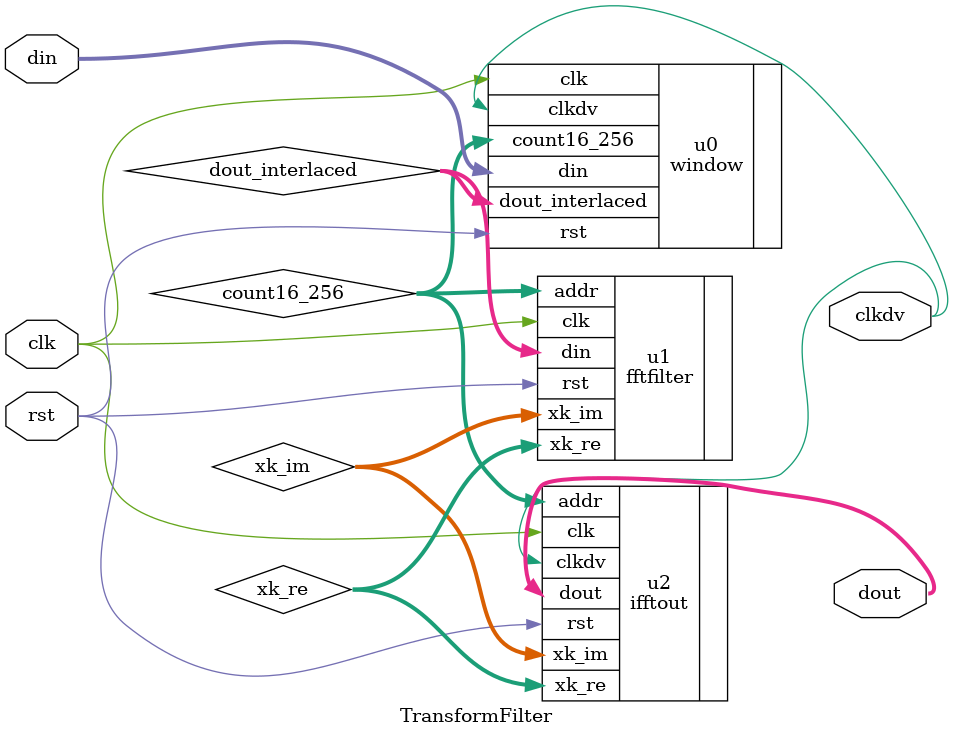
<source format=v>
module TransformFilter (
	rst,clk,din,
	clkdv,dout); 
	
	input		rst;   //复位信号，高电平有效
	input		clk;   //FPGA系统时钟，频率为数据速率的16倍：64MHz
	input	 signed [11:0]	din;    //输入数据：4MHz
	output clkdv;                //输出时钟：4MHz
	output signed [15:0]	dout;   //滤波后的输出数据

	wire [11:0] count16_256;
	wire signed [15:0] dout_interlaced;
	wire signed [15:0]xk_re,xk_im ;
	window	u0 (
		.rst (rst),
		.clk (clk),
		.din (din),
		.clkdv (clkdv),
		.count16_256 (count16_256),
		.dout_interlaced (dout_interlaced));
 
   fftfilter u1 (
	   .rst (rst),
		.clk (clk),
		.din (dout_interlaced),
		.addr (count16_256),
		.xk_re (xk_re),
		.xk_im (xk_im));

	wire [15:0] douttem;
   ifftout u2(
	   .rst (rst),
		.clk (clk),
		.clkdv (clkdv),
		.addr (count16_256),
		.xk_re (xk_re),
		.xk_im (xk_im),
	   .dout (dout));

	
endmodule

</source>
